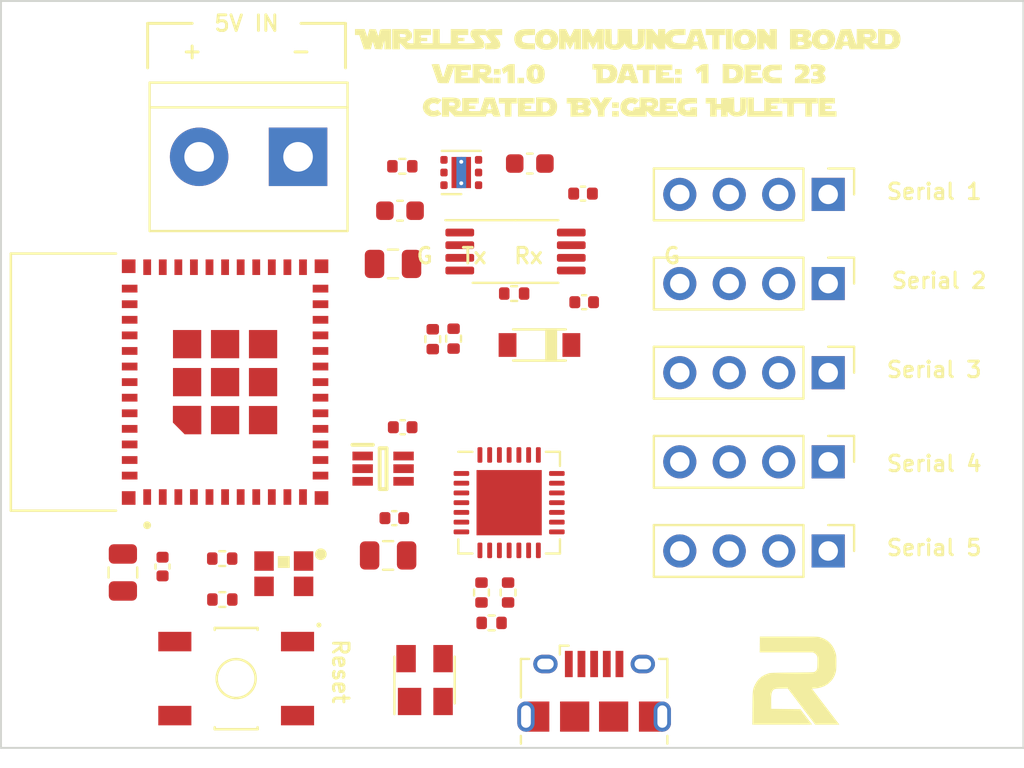
<source format=kicad_pcb>
(kicad_pcb (version 20211014) (generator pcbnew)
  (title_block (title "R2 Droid Gateway") (date "2023-07-06") (rev "1.1") (company "Created by: Greg Hulette") (comment 1 "- Creates WiFi Network for Remote Web Access") (comment 2 "- WiFi to LoRa Bridge") (comment 3 "- Buttons for Master Relay"))
  (layers (0 "F.Cu" signal) (1 "In1.Cu" signal) (2 "In2.Cu" signal) (31 "B.Cu" signal) (34 "B.Paste" user) (35 "F.Paste" user) (36 "B.SilkS" user "B.Silkscreen") (37 "F.SilkS" user "F.Silkscreen") (38 "B.Mask" user) (39 "F.Mask" user) (44 "Edge.Cuts" user))
  (net 0 "")
  (net 1 "+3V3")
  (net 2 "GND")
  (net 3 "RESET")
  (net 4 "Net-(C6-Pad2)")
  (net 5 "VBUS")
  (net 6 "+5V")
  (net 7 "Net-(D1-PadA)")
  (net 8 "USB_DP")
  (net 9 "USB_DN")
  (net 13 "Net-(L2-Pad3)")
  (net 14 "DTR")
  (net 15 "RTS")
  (net 16 "GPIO0")
  (net 17 "Net-(R2-Pad1)")
  (net 18 "RXD0")
  (net 19 "Net-(R3-Pad1)")
  (net 20 "TXD0")
  (net 21 "Net-(R4-Pad2)")
  (net 22 "Net-(R6-Pad1)")
  (net 23 "Net-(R9-Pad1)")
  (net 25 "STATUS_LED_DATA")
  (net 56 "TX_HEADER")
  (net 59 "RX4")
  (net 60 "TX4")
  (net 61 "RX5")
  (net 62 "TX5")
  (net 63 "TX3")
  (net 64 "RX3")
  (net 65 "TX2")
  (net 66 "RX2")
  (net 67 "TX1")
  (net 68 "RX1")
  (footprint "Connector_PinHeader_2.54mm:PinHeader_1x04_P2.54mm_Vertical" (layer "F.Cu") (at 147.974 102.259 -90)
    (fp_text reference "J4" hide)
    (fp_text value "Conn_01x04" hide)
    (pad "1" thru_hole rect locked (at 0 0 270) (size 1.7 1.7) (drill 1) (layers *.Cu *.Mask) (net 6 "+5V"))
    (pad "2" thru_hole oval locked (at 0 2.54 270) (size 1.7 1.7) (drill 1) (layers *.Cu *.Mask) (net 2 "GND"))
    (pad "3" thru_hole oval locked (at 0 5.08 270) (size 1.7 1.7) (drill 1) (layers *.Cu *.Mask) (net 65 "TX2"))
    (pad "4" thru_hole oval locked (at 0 7.62 270) (size 1.7 1.7) (drill 1) (layers *.Cu *.Mask) (net 66 "RX2"))
  )
  (footprint "Resistor_SMD:R_0402_1005Metric" (layer "F.Cu") (at 130.692 119.684 180)
    (fp_text reference "R4" hide)
    (fp_text value "22.1K" hide)
    (pad "1" smd roundrect locked (at -0.51 0 180) (size 0.54 0.64) (layers "F.Cu" "F.Paste" "F.Mask") (net 5 "VBUS"))
    (pad "2" smd roundrect locked (at 0.51 0 180) (size 0.54 0.64) (layers "F.Cu" "F.Paste" "F.Mask") (net 21 "Net-(R4-Pad2)"))
  )
  (footprint "Custom:SOT65P230X110-6N" (layer "F.Cu") (at 125.121 111.764)
    (fp_text reference "Q2" hide)
    (fp_text value "UMH3N" hide)
    (pad "1" smd rect (at -1.05 -0.65) (size 1.05 0.45) (layers "F.Cu" "F.Paste" "F.Mask") (net 15 "RTS"))
    (pad "2" smd rect (at -1.05 0) (size 1.05 0.45) (layers "F.Cu" "F.Paste" "F.Mask") (net 14 "DTR"))
    (pad "3" smd rect (at -1.05 0.65) (size 1.05 0.45) (layers "F.Cu" "F.Paste" "F.Mask") (net 16 "GPIO0"))
    (pad "4" smd rect (at 1.05 0.65) (size 1.05 0.45) (layers "F.Cu" "F.Paste" "F.Mask") (net 14 "DTR"))
    (pad "5" smd rect (at 1.05 0) (size 1.05 0.45) (layers "F.Cu" "F.Paste" "F.Mask") (net 15 "RTS"))
    (pad "6" smd rect (at 1.05 -0.65) (size 1.05 0.45) (layers "F.Cu" "F.Paste" "F.Mask") (net 3 "RESET"))
  )
  (footprint "Capacitor_SMD:C_0402_1005Metric" (layer "F.Cu") (at 126.126 109.636)
    (fp_text reference "C3" hide)
    (fp_text value ".1uF" hide)
    (pad "1" smd roundrect locked (at -0.48 0) (size 0.56 0.62) (layers "F.Cu" "F.Paste" "F.Mask") (net 3 "RESET"))
    (pad "2" smd roundrect locked (at 0.48 0) (size 0.56 0.62) (layers "F.Cu" "F.Paste" "F.Mask") (net 2 "GND"))
  )
  (footprint "Resistor_SMD:R_0402_1005Metric" (layer "F.Cu") (at 131.538 118.124 -90)
    (fp_text reference "R6" hide)
    (fp_text value "1K" hide)
    (pad "1" smd roundrect locked (at -0.51 0 270) (size 0.54 0.64) (layers "F.Cu" "F.Paste" "F.Mask") (net 22 "Net-(R6-Pad1)"))
    (pad "2" smd roundrect locked (at 0.51 0 270) (size 0.54 0.64) (layers "F.Cu" "F.Paste" "F.Mask") (net 1 "+3V3"))
  )
  (footprint "Package_SO:TSSOP-8_4.4x3mm_P0.65mm" (layer "F.Cu") (at 131.92 100.614)
    (fp_text reference "U4" hide)
    (fp_text value "TPS2115APW" hide)
    (pad "1" smd roundrect locked (at -2.8625 -0.975) (size 1.475 0.4) (layers "F.Cu" "F.Paste" "F.Mask"))
    (pad "2" smd roundrect locked (at -2.8625 -0.325) (size 1.475 0.4) (layers "F.Cu" "F.Paste" "F.Mask") (net 2 "GND"))
    (pad "3" smd roundrect locked (at -2.8625 0.325) (size 1.475 0.4) (layers "F.Cu" "F.Paste" "F.Mask") (net 6 "+5V"))
    (pad "4" smd roundrect locked (at -2.8625 0.975) (size 1.475 0.4) (layers "F.Cu" "F.Paste" "F.Mask") (net 23 "Net-(R9-Pad1)"))
    (pad "5" smd roundrect locked (at 2.8625 0.975) (size 1.475 0.4) (layers "F.Cu" "F.Paste" "F.Mask") (net 2 "GND"))
    (pad "6" smd roundrect locked (at 2.8625 0.325) (size 1.475 0.4) (layers "F.Cu" "F.Paste" "F.Mask") (net 5 "VBUS"))
    (pad "7" smd roundrect locked (at 2.8625 -0.325) (size 1.475 0.4) (layers "F.Cu" "F.Paste" "F.Mask") (net 4 "Net-(C6-Pad2)"))
    (pad "8" smd roundrect locked (at 2.8625 -0.975) (size 1.475 0.4) (layers "F.Cu" "F.Paste" "F.Mask") (net 6 "+5V"))
  )
  (footprint "Capacitor_SMD:C_0805_2012Metric" (layer "F.Cu") (at 125.63 101.252)
    (fp_text reference "C8" hide)
    (fp_text value "10uF" hide)
    (pad "1" smd roundrect locked (at -0.95 0) (size 1 1.45) (layers "F.Cu" "F.Paste" "F.Mask") (net 2 "GND"))
    (pad "2" smd roundrect locked (at 0.95 0) (size 1 1.45) (layers "F.Cu" "F.Paste" "F.Mask") (net 4 "Net-(C6-Pad2)"))
  )
  (footprint "TerminalBlock:TerminalBlock_bornier-2_P5.08mm" (layer "F.Cu") (at 120.754 95.752 180)
    (fp_text reference "J2" hide)
    (fp_text value "Power In" hide)
    (pad "1" thru_hole rect locked (at 0 0 180) (size 3 3) (drill 1.52) (layers *.Cu *.Mask) (net 2 "GND"))
    (pad "2" thru_hole circle locked (at 5.08 0 180) (size 3 3) (drill 1.52) (layers *.Cu *.Mask) (net 6 "+5V"))
  )
  (footprint "MountingHole:MountingHole_3.2mm_M3" (layer "F.Cu") (at 109 91.5)
    (fp_text reference "REF**" hide)
    (fp_text value "MountingHole_3.2mm_M3" hide)
    (pad "" np_thru_hole circle locked (at 0 0) (size 3.2 3.2) (drill 3.2) (layers *.Cu *.Mask))
  )
  (footprint "Resistor_SMD:R_0402_1005Metric" (layer "F.Cu") (at 130.172 118.124 -90)
    (fp_text reference "R5" hide)
    (fp_text value "47.5K" hide)
    (pad "1" smd roundrect locked (at -0.51 0 270) (size 0.54 0.64) (layers "F.Cu" "F.Paste" "F.Mask") (net 21 "Net-(R4-Pad2)"))
    (pad "2" smd roundrect locked (at 0.51 0 270) (size 0.54 0.64) (layers "F.Cu" "F.Paste" "F.Mask") (net 2 "GND"))
  )
  (footprint "Capacitor_SMD:C_0805_2012Metric" (layer "F.Cu") (at 125.378 116.22 180)
    (fp_text reference "C4" hide)
    (fp_text value "4.7uF" hide)
    (pad "1" smd roundrect locked (at -0.95 0 180) (size 1 1.45) (layers "F.Cu" "F.Paste" "F.Mask") (net 1 "+3V3"))
    (pad "2" smd roundrect locked (at 0.95 0 180) (size 1 1.45) (layers "F.Cu" "F.Paste" "F.Mask") (net 2 "GND"))
  )
  (footprint "Resistor_SMD:R_0402_1005Metric" (layer "F.Cu") (at 127.67 105.116 90)
    (fp_text reference "R2" hide)
    (fp_text value "1K" hide)
    (pad "1" smd roundrect locked (at -0.51 0 90) (size 0.54 0.64) (layers "F.Cu" "F.Paste" "F.Mask") (net 17 "Net-(R2-Pad1)"))
    (pad "2" smd roundrect locked (at 0.51 0 90) (size 0.54 0.64) (layers "F.Cu" "F.Paste" "F.Mask") (net 18 "RXD0"))
  )
  (footprint "Resistor_SMD:R_0402_1005Metric" (layer "F.Cu") (at 116.86 116.382 180)
    (fp_text reference "R16" hide)
    (fp_text value "470" hide)
    (pad "1" smd roundrect locked (at -0.51 0 180) (size 0.54 0.64) (layers "F.Cu" "F.Paste" "F.Mask") (net 13 "Net-(L2-Pad3)"))
    (pad "2" smd roundrect locked (at 0.51 0 180) (size 0.54 0.64) (layers "F.Cu" "F.Paste" "F.Mask") (net 25 "STATUS_LED_DATA"))
  )
  (footprint "MountingHole:MountingHole_3.2mm_M3" (layer "F.Cu") (at 154.5 122.5)
    (fp_text reference "REF**" hide)
    (fp_text value "MountingHole_3.2mm_M3" hide)
    (pad "" np_thru_hole circle locked (at 0 0) (size 3.2 3.2) (drill 3.2) (layers *.Cu *.Mask))
  )
  (footprint "Custom:MODULE_ESP32-PICO-MINI-02" (layer "F.Cu") (at 117.007 107.32 90)
    (fp_text reference "U1" hide)
    (fp_text value "ESP32-PICO-MINI-02" hide)
    (pad "1" smd rect (at -5.9 -4 90) (size 0.8 0.4) (layers "F.Cu" "F.Paste" "F.Mask") (net 2 "GND"))
    (pad "2" smd rect (at -5.9 -3.2 90) (size 0.8 0.4) (layers "F.Cu" "F.Paste" "F.Mask") (net 2 "GND"))
    (pad "3" smd rect (at -5.9 -2.4 90) (size 0.8 0.4) (layers "F.Cu" "F.Paste" "F.Mask") (net 1 "+3V3"))
    (pad "4" smd rect (at -5.9 -1.6 90) (size 0.8 0.4) (layers "F.Cu" "F.Paste" "F.Mask"))
    (pad "5" smd rect (at -5.9 -0.8 90) (size 0.8 0.4) (layers "F.Cu" "F.Paste" "F.Mask"))
    (pad "6" smd rect (at -5.9 0 90) (size 0.8 0.4) (layers "F.Cu" "F.Paste" "F.Mask"))
    (pad "7" smd rect (at -5.9 0.8 90) (size 0.8 0.4) (layers "F.Cu" "F.Paste" "F.Mask"))
    (pad "8" smd rect (at -5.9 1.6 90) (size 0.8 0.4) (layers "F.Cu" "F.Paste" "F.Mask") (net 3 "RESET"))
    (pad "9" smd rect (at -5.9 2.4 90) (size 0.8 0.4) (layers "F.Cu" "F.Paste" "F.Mask"))
    (pad "10" smd rect (at -5.9 3.2 90) (size 0.8 0.4) (layers "F.Cu" "F.Paste" "F.Mask"))
    (pad "11" smd rect (at -5.9 4 90) (size 0.8 0.4) (layers "F.Cu" "F.Paste" "F.Mask") (net 2 "GND"))
    (pad "12" smd rect (at -4.8 4.9 90) (size 0.4 0.8) (layers "F.Cu" "F.Paste" "F.Mask"))
    (pad "13" smd rect (at -4 4.9 90) (size 0.4 0.8) (layers "F.Cu" "F.Paste" "F.Mask"))
    (pad "14" smd rect (at -3.2 4.9 90) (size 0.4 0.8) (layers "F.Cu" "F.Paste" "F.Mask") (net 2 "GND"))
    (pad "15" smd rect (at -2.4 4.9 90) (size 0.4 0.8) (layers "F.Cu" "F.Paste" "F.Mask"))
    (pad "16" smd rect (at -1.6 4.9 90) (size 0.4 0.8) (layers "F.Cu" "F.Paste" "F.Mask"))
    (pad "17" smd rect (at -0.8 4.9 90) (size 0.4 0.8) (layers "F.Cu" "F.Paste" "F.Mask") (net 59 "RX4"))
    (pad "18" smd rect (at 0 4.9 90) (size 0.4 0.8) (layers "F.Cu" "F.Paste" "F.Mask") (net 60 "TX4"))
    (pad "19" smd rect (at 0.8 4.9 90) (size 0.4 0.8) (layers "F.Cu" "F.Paste" "F.Mask") (net 61 "RX5"))
    (pad "20" smd rect (at 1.6 4.9 90) (size 0.4 0.8) (layers "F.Cu" "F.Paste" "F.Mask") (net 62 "TX5"))
    (pad "21" smd rect (at 2.4 4.9 90) (size 0.4 0.8) (layers "F.Cu" "F.Paste" "F.Mask") (net 63 "TX3"))
    (pad "22" smd rect (at 3.2 4.9 90) (size 0.4 0.8) (layers "F.Cu" "F.Paste" "F.Mask") (net 56 "TX_HEADER"))
    (pad "23" smd rect (at 4 4.9 90) (size 0.4 0.8) (layers "F.Cu" "F.Paste" "F.Mask") (net 16 "GPIO0"))
    (pad "24" smd rect (at 4.8 4.9 90) (size 0.4 0.8) (layers "F.Cu" "F.Paste" "F.Mask") (net 64 "RX3"))
    (pad "25" smd rect (at 5.9 4 90) (size 0.8 0.4) (layers "F.Cu" "F.Paste" "F.Mask"))
    (pad "26" smd rect (at 5.9 3.2 90) (size 0.8 0.4) (layers "F.Cu" "F.Paste" "F.Mask") (net 65 "TX2"))
    (pad "27" smd rect (at 5.9 2.4 90) (size 0.8 0.4) (layers "F.Cu" "F.Paste" "F.Mask") (net 66 "RX2"))
    (pad "28" smd rect (at 5.9 1.6 90) (size 0.8 0.4) (layers "F.Cu" "F.Paste" "F.Mask") (net 67 "TX1"))
    (pad "29" smd rect (at 5.9 0.8 90) (size 0.8 0.4) (layers "F.Cu" "F.Paste" "F.Mask") (net 68 "RX1"))
    (pad "30" smd rect (at 5.9 0 90) (size 0.8 0.4) (layers "F.Cu" "F.Paste" "F.Mask") (net 18 "RXD0"))
    (pad "31" smd rect (at 5.9 -0.8 90) (size 0.8 0.4) (layers "F.Cu" "F.Paste" "F.Mask") (net 20 "TXD0"))
    (pad "32" smd rect (at 5.9 -1.6 90) (size 0.8 0.4) (layers "F.Cu" "F.Paste" "F.Mask"))
    (pad "33" smd rect (at 5.9 -2.4 90) (size 0.8 0.4) (layers "F.Cu" "F.Paste" "F.Mask") (net 25 "STATUS_LED_DATA"))
    (pad "34" smd rect (at 5.9 -3.2 90) (size 0.8 0.4) (layers "F.Cu" "F.Paste" "F.Mask"))
    (pad "35" smd rect (at 5.9 -4 90) (size 0.8 0.4) (layers "F.Cu" "F.Paste" "F.Mask"))
    (pad "36" smd rect (at 4.8 -4.9 90) (size 0.4 0.8) (layers "F.Cu" "F.Paste" "F.Mask") (net 2 "GND"))
    (pad "37" smd rect (at 4 -4.9 90) (size 0.4 0.8) (layers "F.Cu" "F.Paste" "F.Mask") (net 2 "GND"))
    (pad "38" smd rect (at 3.2 -4.9 90) (size 0.4 0.8) (layers "F.Cu" "F.Paste" "F.Mask") (net 2 "GND"))
    (pad "39" smd rect (at 2.4 -4.9 90) (size 0.4 0.8) (layers "F.Cu" "F.Paste" "F.Mask") (net 2 "GND"))
    (pad "40" smd rect (at 1.6 -4.9 90) (size 0.4 0.8) (layers "F.Cu" "F.Paste" "F.Mask") (net 2 "GND"))
    (pad "41" smd rect (at 0.8 -4.9 90) (size 0.4 0.8) (layers "F.Cu" "F.Paste" "F.Mask") (net 2 "GND"))
    (pad "42" smd rect (at 0 -4.9 90) (size 0.4 0.8) (layers "F.Cu" "F.Paste" "F.Mask") (net 2 "GND"))
    (pad "43" smd rect (at -0.8 -4.9 90) (size 0.4 0.8) (layers "F.Cu" "F.Paste" "F.Mask") (net 2 "GND"))
    (pad "44" smd rect (at -1.6 -4.9 90) (size 0.4 0.8) (layers "F.Cu" "F.Paste" "F.Mask") (net 2 "GND"))
    (pad "45" smd rect (at -2.4 -4.9 90) (size 0.4 0.8) (layers "F.Cu" "F.Paste" "F.Mask") (net 2 "GND"))
    (pad "46" smd rect (at -3.2 -4.9 90) (size 0.4 0.8) (layers "F.Cu" "F.Paste" "F.Mask") (net 2 "GND"))
    (pad "47" smd rect (at -4 -4.9 90) (size 0.4 0.8) (layers "F.Cu" "F.Paste" "F.Mask") (net 2 "GND"))
    (pad "48" smd rect (at -4.8 -4.9 90) (size 0.4 0.8) (layers "F.Cu" "F.Paste" "F.Mask") (net 2 "GND"))
    (pad "49" smd rect (at 0 0 90) (size 1.45 1.45) (layers "F.Cu" "F.Paste" "F.Mask") (net 2 "GND"))
    (pad "50" smd rect (at 5.95 -4.95 90) (size 0.7 0.7) (layers "F.Cu" "F.Paste" "F.Mask") (net 2 "GND"))
    (pad "51" smd rect (at 5.95 4.95 90) (size 0.7 0.7) (layers "F.Cu" "F.Paste" "F.Mask") (net 2 "GND"))
    (pad "52" smd rect (at -5.95 4.95 90) (size 0.7 0.7) (layers "F.Cu" "F.Paste" "F.Mask") (net 2 "GND"))
    (pad "53" smd rect (at -5.95 -4.95 90) (size 0.7 0.7) (layers "F.Cu" "F.Paste" "F.Mask") (net 2 "GND"))
    (pad "54" smd rect (at -1.95 0 90) (size 1.45 1.45) (layers "F.Cu" "F.Paste" "F.Mask") (net 2 "GND"))
    (pad "55" smd rect (at -1.95 1.95 90) (size 1.45 1.45) (layers "F.Cu" "F.Paste" "F.Mask") (net 2 "GND"))
    (pad "56" smd rect (at 0 1.95 90) (size 1.45 1.45) (layers "F.Cu" "F.Paste" "F.Mask") (net 2 "GND"))
    (pad "57" smd rect (at 1.95 1.95 90) (size 1.45 1.45) (layers "F.Cu" "F.Paste" "F.Mask") (net 2 "GND"))
    (pad "58" smd rect (at 1.95 0 90) (size 1.45 1.45) (layers "F.Cu" "F.Paste" "F.Mask") (net 2 "GND"))
    (pad "59" smd rect (at 1.95 -1.95 90) (size 1.45 1.45) (layers "F.Cu" "F.Paste" "F.Mask") (net 2 "GND"))
    (pad "60" smd rect (at 0 -1.95 90) (size 1.45 1.45) (layers "F.Cu" "F.Paste" "F.Mask") (net 2 "GND"))
    (pad "61" smd custom (at -1.95 -1.95 90) (size 0.5 0.5) (layers "F.Cu") (net 2 "GND") (options (clearance outline) (anchor rect)) (primitives (gr_poly (pts (xy 0.725 0.725) (xy -0.725 0.725) (xy -0.725 -0.125) (xy -0.125 -0.725) (xy 0.725 -0.725)) (width 0.01) (fill yes))))
  )
  (footprint "Connector_PinHeader_2.54mm:PinHeader_1x04_P2.54mm_Vertical" (layer "F.Cu") (at 147.974 106.836 -90)
    (fp_text reference "J5" hide)
    (fp_text value "Conn_01x04" hide)
    (pad "1" thru_hole rect locked (at 0 0 270) (size 1.7 1.7) (drill 1) (layers *.Cu *.Mask) (net 6 "+5V"))
    (pad "2" thru_hole oval locked (at 0 2.54 270) (size 1.7 1.7) (drill 1) (layers *.Cu *.Mask) (net 2 "GND"))
    (pad "3" thru_hole oval locked (at 0 5.08 270) (size 1.7 1.7) (drill 1) (layers *.Cu *.Mask) (net 63 "TX3"))
    (pad "4" thru_hole oval locked (at 0 7.62 270) (size 1.7 1.7) (drill 1) (layers *.Cu *.Mask) (net 64 "RX3"))
  )
  (footprint "Capacitor_SMD:C_0402_1005Metric" (layer "F.Cu") (at 135.444 103.216)
    (fp_text reference "C12" hide)
    (fp_text value ".1uF" hide)
    (pad "1" smd roundrect locked (at -0.48 0) (size 0.56 0.62) (layers "F.Cu" "F.Paste" "F.Mask") (net 5 "VBUS"))
    (pad "2" smd roundrect locked (at 0.48 0) (size 0.56 0.62) (layers "F.Cu" "F.Paste" "F.Mask") (net 2 "GND"))
  )
  (footprint "Connector_PinHeader_2.54mm:PinHeader_1x04_P2.54mm_Vertical" (layer "F.Cu") (at 147.974 115.99 -90)
    (fp_text reference "J7" hide)
    (fp_text value "Conn_01x04" hide)
    (pad "1" thru_hole rect locked (at 0 0 270) (size 1.7 1.7) (drill 1) (layers *.Cu *.Mask) (net 6 "+5V"))
    (pad "2" thru_hole oval locked (at 0 2.54 270) (size 1.7 1.7) (drill 1) (layers *.Cu *.Mask) (net 2 "GND"))
    (pad "3" thru_hole oval locked (at 0 5.08 270) (size 1.7 1.7) (drill 1) (layers *.Cu *.Mask) (net 62 "TX5"))
    (pad "4" thru_hole oval locked (at 0 7.62 270) (size 1.7 1.7) (drill 1) (layers *.Cu *.Mask) (net 61 "RX5"))
  )
  (footprint "MountingHole:MountingHole_3.2mm_M3" (layer "F.Cu") (at 109 122.5)
    (fp_text reference "REF**" hide)
    (fp_text value "MountingHole_3.2mm_M3" hide)
    (pad "" np_thru_hole circle locked (at 0 0) (size 3.2 3.2) (drill 3.2) (layers *.Cu *.Mask))
  )
  (footprint "Capacitor_SMD:C_0603_1608Metric" (layer "F.Cu") (at 125.988 98.52 180)
    (fp_text reference "C6" hide)
    (fp_text value "1uF" hide)
    (pad "1" smd roundrect locked (at -0.775 0 180) (size 0.9 0.95) (layers "F.Cu" "F.Paste" "F.Mask") (net 2 "GND"))
    (pad "2" smd roundrect locked (at 0.775 0 180) (size 0.9 0.95) (layers "F.Cu" "F.Paste" "F.Mask") (net 4 "Net-(C6-Pad2)"))
  )
  (footprint "Resistor_SMD:R_0402_1005Metric" (layer "F.Cu") (at 131.85 102.774)
    (fp_text reference "R9" hide)
    (fp_text value "400" hide)
    (pad "1" smd roundrect locked (at -0.51 0) (size 0.54 0.64) (layers "F.Cu" "F.Paste" "F.Mask") (net 23 "Net-(R9-Pad1)"))
    (pad "2" smd roundrect locked (at 0.51 0) (size 0.54 0.64) (layers "F.Cu" "F.Paste" "F.Mask") (net 2 "GND"))
  )
  (footprint "Connector_PinHeader_2.54mm:PinHeader_1x04_P2.54mm_Vertical" (layer "F.Cu") (at 147.974 111.413 -90)
    (fp_text reference "J6" hide)
    (fp_text value "Conn_01x04" hide)
    (pad "1" thru_hole rect locked (at 0 0 270) (size 1.7 1.7) (drill 1) (layers *.Cu *.Mask) (net 6 "+5V"))
    (pad "2" thru_hole oval locked (at 0 2.54 270) (size 1.7 1.7) (drill 1) (layers *.Cu *.Mask) (net 2 "GND"))
    (pad "3" thru_hole oval locked (at 0 5.08 270) (size 1.7 1.7) (drill 1) (layers *.Cu *.Mask) (net 60 "TX4"))
    (pad "4" thru_hole oval locked (at 0 7.62 270) (size 1.7 1.7) (drill 1) (layers *.Cu *.Mask) (net 59 "RX4"))
  )
  (footprint "Capacitor_SMD:C_0402_1005Metric" (layer "F.Cu") (at 113.796 116.79 -90)
    (fp_text reference "C2" hide)
    (fp_text value ".1uF" hide)
    (pad "1" smd roundrect locked (at -0.48 0 270) (size 0.56 0.62) (layers "F.Cu" "F.Paste" "F.Mask") (net 1 "+3V3"))
    (pad "2" smd roundrect locked (at 0.48 0 270) (size 0.56 0.62) (layers "F.Cu" "F.Paste" "F.Mask") (net 2 "GND"))
  )
  (footprint "Resistor_SMD:R_0402_1005Metric" (layer "F.Cu") (at 128.74 105.088 90)
    (fp_text reference "R3" hide)
    (fp_text value "1K" hide)
    (pad "1" smd roundrect locked (at -0.51 0 90) (size 0.54 0.64) (layers "F.Cu" "F.Paste" "F.Mask") (net 19 "Net-(R3-Pad1)"))
    (pad "2" smd roundrect locked (at 0.51 0 90) (size 0.54 0.64) (layers "F.Cu" "F.Paste" "F.Mask") (net 20 "TXD0"))
  )
  (footprint "Capacitor_SMD:C_0805_2012Metric" (layer "F.Cu") (at 111.76 117.094 -90)
    (fp_text reference "C1" hide)
    (fp_text value "10uF" hide)
    (pad "1" smd roundrect locked (at -0.95 0 270) (size 1 1.45) (layers "F.Cu" "F.Paste" "F.Mask") (net 1 "+3V3"))
    (pad "2" smd roundrect locked (at 0.95 0 270) (size 1 1.45) (layers "F.Cu" "F.Paste" "F.Mask") (net 2 "GND"))
  )
  (footprint "Connector_USB:USB_Micro-B_Amphenol_10118194_Horizontal" (layer "F.Cu") (at 135.956 123.194)
    (fp_text reference "J1" hide)
    (fp_text value "USB_B_Micro" hide)
    (pad "1" smd rect locked (at -1.3 -1.4) (size 0.4 1.35) (layers "F.Cu" "F.Paste" "F.Mask") (net 7 "Net-(D1-PadA)"))
    (pad "2" smd rect locked (at -0.65 -1.4) (size 0.4 1.35) (layers "F.Cu" "F.Paste" "F.Mask") (net 9 "USB_DN"))
    (pad "3" smd rect locked (at 0 -1.4) (size 0.4 1.35) (layers "F.Cu" "F.Paste" "F.Mask") (net 8 "USB_DP"))
    (pad "4" smd rect locked (at 0.65 -1.4) (size 0.4 1.35) (layers "F.Cu" "F.Paste" "F.Mask"))
    (pad "5" smd rect locked (at 1.3 -1.4) (size 0.4 1.35) (layers "F.Cu" "F.Paste" "F.Mask") (net 2 "GND"))
    (pad "6" thru_hole oval locked (at -2.5 -1.4) (size 1.25 0.95) (drill oval 0.85 0.55) (layers *.Cu *.Mask))
    (pad "6" smd rect locked (at 2.9 1.3) (size 1.2 1.55) (layers "F.Cu" "F.Paste" "F.Mask"))
    (pad "6" smd rect locked (at -1 1.3) (size 1.5 1.55) (layers "F.Cu" "F.Paste" "F.Mask"))
    (pad "6" thru_hole oval locked (at 2.5 -1.4) (size 1.25 0.95) (drill oval 0.85 0.55) (layers *.Cu *.Mask))
    (pad "6" smd rect locked (at -2.9 1.3) (size 1.2 1.55) (layers "F.Cu" "F.Paste" "F.Mask"))
    (pad "6" thru_hole oval locked (at -3.5 1.3) (size 0.89 1.55) (drill oval 0.5 1.15) (layers *.Cu *.Mask))
    (pad "6" thru_hole oval locked (at 3.5 1.3) (size 0.89 1.55) (drill oval 0.5 1.15) (layers *.Cu *.Mask))
    (pad "6" smd rect locked (at 1 1.3) (size 1.5 1.55) (layers "F.Cu" "F.Paste" "F.Mask"))
  )
  (footprint "Custom:WS2812B-2020" (layer "F.Cu") (at 120.022 117.157)
    (fp_text reference "L2" hide)
    (fp_text value "WS2812B-2020" hide)
    (pad "1" smd rect (at 1.015 0.65) (size 1 1) (layers "F.Cu" "F.Paste" "F.Mask"))
    (pad "2" smd rect (at 1.015 -0.65) (size 1 1) (layers "F.Cu" "F.Paste" "F.Mask") (net 2 "GND"))
    (pad "3" smd rect (at -1.015 -0.65) (size 1 1) (layers "F.Cu" "F.Paste" "F.Mask") (net 13 "Net-(L2-Pad3)"))
    (pad "4" smd rect (at -1.015 0.65) (size 1 1) (layers "F.Cu" "F.Paste" "F.Mask") (net 1 "+3V3"))
  )
  (footprint "MountingHole:MountingHole_3.2mm_M3" (layer "F.Cu") (at 154.5 91.5)
    (fp_text reference "REF**" hide)
    (fp_text value "MountingHole_3.2mm_M3" hide)
    (pad "" np_thru_hole circle locked (at 0 0) (size 3.2 3.2) (drill 3.2) (layers *.Cu *.Mask))
  )
  (footprint "Capacitor_SMD:C_0402_1005Metric" (layer "F.Cu") (at 135.386 97.642)
    (fp_text reference "C9" hide)
    (fp_text value ".1uF" hide)
    (pad "1" smd roundrect locked (at -0.48 0) (size 0.56 0.62) (layers "F.Cu" "F.Paste" "F.Mask") (net 6 "+5V"))
    (pad "2" smd roundrect locked (at 0.48 0) (size 0.56 0.62) (layers "F.Cu" "F.Paste" "F.Mask") (net 2 "GND"))
  )
  (footprint "Capacitor_SMD:C_0402_1005Metric" (layer "F.Cu") (at 125.696 114.304 180)
    (fp_text reference "C5" hide)
    (fp_text value ".1uF" hide)
    (pad "1" smd roundrect locked (at -0.48 0 180) (size 0.56 0.62) (layers "F.Cu" "F.Paste" "F.Mask") (net 1 "+3V3"))
    (pad "2" smd roundrect locked (at 0.48 0 180) (size 0.56 0.62) (layers "F.Cu" "F.Paste" "F.Mask") (net 2 "GND"))
  )
  (footprint "Package_DFN_QFN:QFN-28-1EP_5x5mm_P0.5mm_EP3.35x3.35mm" (layer "F.Cu") (at 131.592 113.51)
    (fp_text reference "U2" hide)
    (fp_text value "CP2102N-A02-GQFN28" hide)
    (pad "1" smd roundrect locked (at -2.45 -1.5) (size 0.8 0.25) (layers "F.Cu" "F.Paste" "F.Mask"))
    (pad "2" smd roundrect locked (at -2.45 -1) (size 0.8 0.25) (layers "F.Cu" "F.Paste" "F.Mask"))
    (pad "3" smd roundrect locked (at -2.45 -0.5) (size 0.8 0.25) (layers "F.Cu" "F.Paste" "F.Mask") (net 2 "GND"))
    (pad "4" smd roundrect locked (at -2.45 0) (size 0.8 0.25) (layers "F.Cu" "F.Paste" "F.Mask") (net 8 "USB_DP"))
    (pad "5" smd roundrect locked (at -2.45 0.5) (size 0.8 0.25) (layers "F.Cu" "F.Paste" "F.Mask") (net 9 "USB_DN"))
    (pad "6" smd roundrect locked (at -2.45 1) (size 0.8 0.25) (layers "F.Cu" "F.Paste" "F.Mask") (net 1 "+3V3"))
    (pad "7" smd roundrect locked (at -2.45 1.5) (size 0.8 0.25) (layers "F.Cu" "F.Paste" "F.Mask") (net 1 "+3V3"))
    (pad "8" smd roundrect locked (at -1.5 2.45) (size 0.25 0.8) (layers "F.Cu" "F.Paste" "F.Mask") (net 21 "Net-(R4-Pad2)"))
    (pad "9" smd roundrect locked (at -1 2.45) (size 0.25 0.8) (layers "F.Cu" "F.Paste" "F.Mask") (net 22 "Net-(R6-Pad1)"))
    (pad "10" smd roundrect locked (at -0.5 2.45) (size 0.25 0.8) (layers "F.Cu" "F.Paste" "F.Mask"))
    (pad "11" smd roundrect locked (at 0 2.45) (size 0.25 0.8) (layers "F.Cu" "F.Paste" "F.Mask"))
    (pad "12" smd roundrect locked (at 0.5 2.45) (size 0.25 0.8) (layers "F.Cu" "F.Paste" "F.Mask"))
    (pad "13" smd roundrect locked (at 1 2.45) (size 0.25 0.8) (layers "F.Cu" "F.Paste" "F.Mask"))
    (pad "14" smd roundrect locked (at 1.5 2.45) (size 0.25 0.8) (layers "F.Cu" "F.Paste" "F.Mask"))
    (pad "15" smd roundrect locked (at 2.45 1.5) (size 0.8 0.25) (layers "F.Cu" "F.Paste" "F.Mask"))
    (pad "16" smd roundrect locked (at 2.45 1) (size 0.8 0.25) (layers "F.Cu" "F.Paste" "F.Mask"))
    (pad "17" smd roundrect locked (at 2.45 0.5) (size 0.8 0.25) (layers "F.Cu" "F.Paste" "F.Mask"))
    (pad "18" smd roundrect locked (at 2.45 0) (size 0.8 0.25) (layers "F.Cu" "F.Paste" "F.Mask"))
    (pad "19" smd roundrect locked (at 2.45 -0.5) (size 0.8 0.25) (layers "F.Cu" "F.Paste" "F.Mask"))
    (pad "20" smd roundrect locked (at 2.45 -1) (size 0.8 0.25) (layers "F.Cu" "F.Paste" "F.Mask"))
    (pad "21" smd roundrect locked (at 2.45 -1.5) (size 0.8 0.25) (layers "F.Cu" "F.Paste" "F.Mask"))
    (pad "22" smd roundrect locked (at 1.5 -2.45) (size 0.25 0.8) (layers "F.Cu" "F.Paste" "F.Mask"))
    (pad "23" smd roundrect locked (at 1 -2.45) (size 0.25 0.8) (layers "F.Cu" "F.Paste" "F.Mask"))
    (pad "24" smd roundrect locked (at 0.5 -2.45) (size 0.25 0.8) (layers "F.Cu" "F.Paste" "F.Mask") (net 15 "RTS"))
    (pad "25" smd roundrect locked (at 0 -2.45) (size 0.25 0.8) (layers "F.Cu" "F.Paste" "F.Mask") (net 19 "Net-(R3-Pad1)"))
    (pad "26" smd roundrect locked (at -0.5 -2.45) (size 0.25 0.8) (layers "F.Cu" "F.Paste" "F.Mask") (net 17 "Net-(R2-Pad1)"))
    (pad "27" smd roundrect locked (at -1 -2.45) (size 0.25 0.8) (layers "F.Cu" "F.Paste" "F.Mask"))
    (pad "28" smd roundrect locked (at -1.5 -2.45) (size 0.25 0.8) (layers "F.Cu" "F.Paste" "F.Mask") (net 14 "DTR"))
    (pad "29" smd rect locked (at 0 0) (size 3.35 3.35) (layers "F.Cu" "F.Mask") (net 2 "GND"))
  )
  (footprint "Logos:WCB" (layer "F.Cu") (at 137.668 91.44)
    (fp_text reference "G***" hide)
    (fp_text value "LOGO" hide)
  )
  (footprint "Connector_PinHeader_2.54mm:PinHeader_1x04_P2.54mm_Vertical" (layer "F.Cu") (at 147.974 97.682 -90)
    (fp_text reference "J3" hide)
    (fp_text value "Conn_01x04" hide)
    (pad "1" thru_hole rect locked (at 0 0 270) (size 1.7 1.7) (drill 1) (layers *.Cu *.Mask) (net 6 "+5V"))
    (pad "2" thru_hole oval locked (at 0 2.54 270) (size 1.7 1.7) (drill 1) (layers *.Cu *.Mask) (net 2 "GND"))
    (pad "3" thru_hole oval locked (at 0 5.08 270) (size 1.7 1.7) (drill 1) (layers *.Cu *.Mask) (net 67 "TX1"))
    (pad "4" thru_hole oval locked (at 0 7.62 270) (size 1.7 1.7) (drill 1) (layers *.Cu *.Mask) (net 68 "RX1"))
  )
  (footprint "Package_TO_SOT_SMD:SOT-143" (layer "F.Cu") (at 127.25 122.618 90)
    (fp_text reference "D2" hide)
    (fp_text value "SP0503BAHTG" hide)
    (pad "1" smd rect locked (at -1.1 -0.77) (size 1.2 1.4) (layers "F.Cu" "F.Paste" "F.Mask") (net 2 "GND"))
    (pad "2" smd rect locked (at -1.1 0.95) (size 1 1.4) (layers "F.Cu" "F.Paste" "F.Mask") (net 7 "Net-(D1-PadA)"))
    (pad "3" smd rect locked (at 1.1 0.95) (size 1 1.4) (layers "F.Cu" "F.Paste" "F.Mask") (net 8 "USB_DP"))
    (pad "4" smd rect locked (at 1.1 -0.95) (size 1 1.4) (layers "F.Cu" "F.Paste" "F.Mask") (net 9 "USB_DN"))
  )
  (footprint "Capacitor_SMD:C_0603_1608Metric" (layer "F.Cu") (at 132.654 96.098 180)
    (fp_text reference "C7" hide)
    (fp_text value "1uF" hide)
    (pad "1" smd roundrect locked (at -0.775 0 180) (size 0.9 0.95) (layers "F.Cu" "F.Paste" "F.Mask") (net 2 "GND"))
    (pad "2" smd roundrect locked (at 0.775 0 180) (size 0.9 0.95) (layers "F.Cu" "F.Paste" "F.Mask") (net 1 "+3V3"))
  )
  (footprint "Custom:SOD3716X135N" (layer "F.Cu") (at 133.1485 105.4145 180)
    (fp_text reference "D1" hide)
    (fp_text value "B5819W-TP" hide)
    (pad "A" smd rect (at 1.6383 0 180) (size 0.9144 1.2192) (layers "F.Cu" "F.Paste" "F.Mask") (net 7 "Net-(D1-PadA)"))
    (pad "C" smd rect (at -1.6383 0 180) (size 0.9144 1.2192) (layers "F.Cu" "F.Paste" "F.Mask") (net 5 "VBUS"))
  )
  (footprint "Package_SON:WSON-6-1EP_2x2mm_P0.65mm_EP1x1.6mm_ThermalVias" (layer "F.Cu") (at 129.134 96.558 180)
    (fp_text reference "U3" hide)
    (fp_text value "LP5912-3.3DRV" hide)
    (pad "1" smd roundrect locked (at -0.8875 -0.65 180) (size 0.375 0.4) (layers "F.Cu" "F.Paste" "F.Mask") (net 1 "+3V3"))
    (pad "2" smd roundrect locked (at -0.8875 0 180) (size 0.375 0.4) (layers "F.Cu" "F.Paste" "F.Mask"))
    (pad "3" smd roundrect locked (at -0.8875 0.65 180) (size 0.375 0.4) (layers "F.Cu" "F.Paste" "F.Mask") (net 2 "GND"))
    (pad "4" smd roundrect locked (at 0.8875 0.65 180) (size 0.375 0.4) (layers "F.Cu" "F.Paste" "F.Mask") (net 4 "Net-(C6-Pad2)"))
    (pad "5" smd roundrect locked (at 0.8875 0 180) (size 0.375 0.4) (layers "F.Cu" "F.Paste" "F.Mask") (net 2 "GND"))
    (pad "6" smd roundrect locked (at 0.8875 -0.65 180) (size 0.375 0.4) (layers "F.Cu" "F.Paste" "F.Mask") (net 4 "Net-(C6-Pad2)"))
    (pad "7" thru_hole circle locked (at 0 -0.55 180) (size 0.5 0.5) (drill 0.2) (layers *.Cu) (net 2 "GND"))
    (pad "7" thru_hole circle locked (at 0 0.55 180) (size 0.5 0.5) (drill 0.2) (layers *.Cu) (net 2 "GND"))
    (pad "7" smd rect locked (at 0 0 180) (size 1 1.6) (layers "F.Cu" "F.Mask") (net 2 "GND"))
    (pad "7" smd rect locked (at 0 0 180) (size 0.5 1.6) (layers "B.Cu") (net 2 "GND"))
  )
  (footprint "Resistor_SMD:R_0402_1005Metric" (layer "F.Cu") (at 126.108 96.238)
    (fp_text reference "R10" hide)
    (fp_text value "400" hide)
    (pad "1" smd roundrect locked (at -0.51 0) (size 0.54 0.64) (layers "F.Cu" "F.Paste" "F.Mask") (net 4 "Net-(C6-Pad2)"))
    (pad "2" smd roundrect locked (at 0.51 0) (size 0.54 0.64) (layers "F.Cu" "F.Paste" "F.Mask") (net 2 "GND"))
  )
  (footprint "Resistor_SMD:R_0402_1005Metric" (layer "F.Cu") (at 116.866 118.484)
    (fp_text reference "R1" hide)
    (fp_text value "10K" hide)
    (pad "1" smd roundrect locked (at -0.51 0) (size 0.54 0.64) (layers "F.Cu" "F.Paste" "F.Mask") (net 1 "+3V3"))
    (pad "2" smd roundrect locked (at 0.51 0) (size 0.54 0.64) (layers "F.Cu" "F.Paste" "F.Mask") (net 3 "RESET"))
  )
  (footprint "Logos:R2_Logo_V2" (layer "F.Cu") (at 146.304 123.000871)
    (fp_text reference "G***" hide)
    (fp_text value "LOGO" hide)
  )
  (footprint "Custom:SW_TL3342F160QG" (layer "F.Cu") (at 117.5765 122.5425 180)
    (fp_text reference "S1" hide)
    (fp_text value "TL3342F160QG" hide)
    (pad "1" smd rect (at -3.15 1.9 180) (size 1.7 1) (layers "F.Cu" "F.Paste" "F.Mask") (net 3 "RESET"))
    (pad "2" smd rect (at 3.15 1.9 180) (size 1.7 1) (layers "F.Cu" "F.Paste" "F.Mask") (net 3 "RESET"))
    (pad "3" smd rect (at -3.15 -1.9 180) (size 1.7 1) (layers "F.Cu" "F.Paste" "F.Mask") (net 2 "GND"))
    (pad "4" smd rect (at 3.15 -1.9 180) (size 1.7 1) (layers "F.Cu" "F.Paste" "F.Mask") (net 2 "GND"))
  )
  (gr_line (start 113.03 88.9) (end 115.316 88.9) (layer "F.SilkS") (width 0.15))
  (gr_line (start 113.03 91.186) (end 113.03 88.9) (layer "F.SilkS") (width 0.15))
  (gr_line (start 123.19 88.9) (end 123.19 91.186) (layer "F.SilkS") (width 0.15))
  (gr_line (start 120.904 88.9) (end 123.19 88.9) (layer "F.SilkS") (width 0.15))
  (gr_line (start 105.5 87.75) (end 158 87.75) (layer "Edge.Cuts") (width 0.1))
  (gr_line (start 158 126.1) (end 105.5 126.1) (layer "Edge.Cuts") (width 0.1))
  (gr_line (start 105.5 126.1) (end 105.5 87.75) (layer "Edge.Cuts") (width 0.1))
  (gr_line (start 158 87.75) (end 158 126.1) (layer "Edge.Cuts") (width 0.1))
  (gr_text "5V IN" (at 118.11 88.9) (layer "F.SilkS") (effects (font (size 0.8 0.8))))
  (gr_text "Serial 4" (at 153.416 111.506) (layer "F.SilkS") (effects (font (size 0.8 0.8))))
  (gr_text "G" (at 127.254 100.838) (layer "F.SilkS") (effects (font (size 0.8 0.8))))
  (gr_text "+" (at 115.316 90.424 180) (layer "F.SilkS") (effects (font (size 0.8 0.8))))
  (gr_text "Serial 5" (at 153.416 115.824) (layer "F.SilkS") (effects (font (size 0.8 0.8))))
  (gr_text "Serial 3" (at 153.416 106.68) (layer "F.SilkS") (effects (font (size 0.8 0.8))))
  (gr_text "Tx" (at 129.794 100.838) (layer "F.SilkS") (effects (font (size 0.8 0.8))))
  (gr_text "-" (at 120.904 90.424 180) (layer "F.SilkS") (effects (font (size 0.8 0.8))))
  (gr_text "Serial 2" (at 153.67 102.108) (layer "F.SilkS") (effects (font (size 0.8 0.8))))
  (gr_text "G" (at 139.954 100.838) (layer "F.SilkS") (effects (font (size 0.8 0.8))))
  (gr_text "Reset" (at 122.936 122.174 270) (layer "F.SilkS") (effects (font (size 0.8 0.8))))
  (gr_text "Rx" (at 132.588 100.838) (layer "F.SilkS") (effects (font (size 0.8 0.8))))
  (gr_text "Serial 1" (at 153.416 97.536) (layer "F.SilkS") (effects (font (size 0.8 0.8))))
)
</source>
